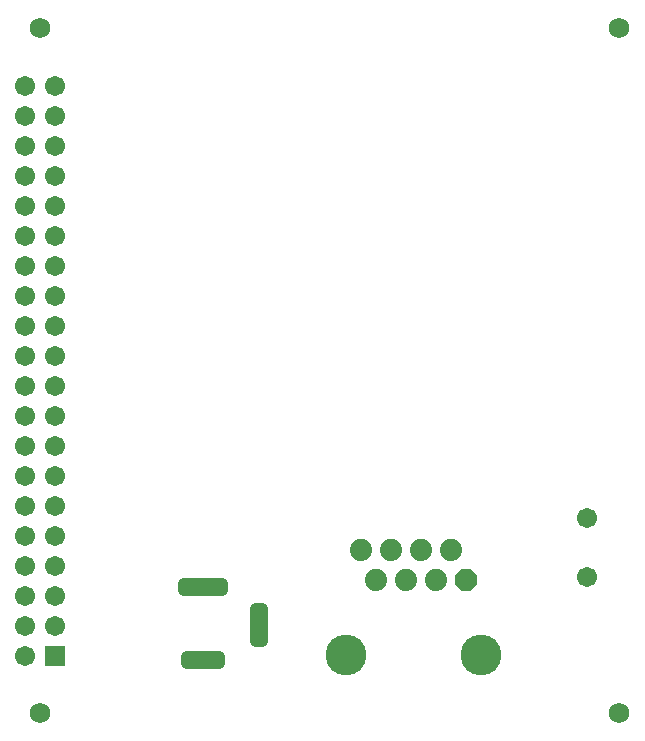
<source format=gbs>
G04 Layer_Color=16711935*
%FSAX44Y44*%
%MOMM*%
G71*
G01*
G75*
%ADD43C,1.7272*%
%ADD44R,1.7032X1.7032*%
%ADD45C,1.7032*%
%ADD46C,3.4532*%
%ADD47P,2.0345X8X22.5*%
%ADD48C,1.8796*%
G04:AMPARAMS|DCode=49|XSize=3.7032mm|YSize=1.5032mm|CornerRadius=0.4266mm|HoleSize=0mm|Usage=FLASHONLY|Rotation=270.000|XOffset=0mm|YOffset=0mm|HoleType=Round|Shape=RoundedRectangle|*
%AMROUNDEDRECTD49*
21,1,3.7032,0.6500,0,0,270.0*
21,1,2.8500,1.5032,0,0,270.0*
1,1,0.8532,-0.3250,-1.4250*
1,1,0.8532,-0.3250,1.4250*
1,1,0.8532,0.3250,1.4250*
1,1,0.8532,0.3250,-1.4250*
%
%ADD49ROUNDEDRECTD49*%
G04:AMPARAMS|DCode=50|XSize=3.7032mm|YSize=1.5032mm|CornerRadius=0.4266mm|HoleSize=0mm|Usage=FLASHONLY|Rotation=180.000|XOffset=0mm|YOffset=0mm|HoleType=Round|Shape=RoundedRectangle|*
%AMROUNDEDRECTD50*
21,1,3.7032,0.6500,0,0,180.0*
21,1,2.8500,1.5032,0,0,180.0*
1,1,0.8532,-1.4250,0.3250*
1,1,0.8532,1.4250,0.3250*
1,1,0.8532,1.4250,-0.3250*
1,1,0.8532,-1.4250,-0.3250*
%
%ADD50ROUNDEDRECTD50*%
G04:AMPARAMS|DCode=51|XSize=4.2032mm|YSize=1.5032mm|CornerRadius=0.4266mm|HoleSize=0mm|Usage=FLASHONLY|Rotation=180.000|XOffset=0mm|YOffset=0mm|HoleType=Round|Shape=RoundedRectangle|*
%AMROUNDEDRECTD51*
21,1,4.2032,0.6500,0,0,180.0*
21,1,3.3500,1.5032,0,0,180.0*
1,1,0.8532,-1.6750,0.3250*
1,1,0.8532,1.6750,0.3250*
1,1,0.8532,1.6750,-0.3250*
1,1,0.8532,-1.6750,-0.3250*
%
%ADD51ROUNDEDRECTD51*%
D43*
X00135000Y00815000D02*
D03*
X00625000D02*
D03*
X00135000Y00235000D02*
D03*
X00625000D02*
D03*
D44*
X00147700Y00283700D02*
D03*
D45*
Y00309100D02*
D03*
Y00334500D02*
D03*
Y00359900D02*
D03*
Y00385300D02*
D03*
Y00410700D02*
D03*
Y00436100D02*
D03*
Y00461500D02*
D03*
Y00486900D02*
D03*
Y00512300D02*
D03*
X00122300Y00283700D02*
D03*
Y00309100D02*
D03*
Y00334500D02*
D03*
Y00359900D02*
D03*
Y00385300D02*
D03*
Y00410700D02*
D03*
Y00436100D02*
D03*
Y00461500D02*
D03*
Y00486900D02*
D03*
Y00512300D02*
D03*
Y00740900D02*
D03*
Y00715500D02*
D03*
Y00690100D02*
D03*
Y00664700D02*
D03*
Y00639300D02*
D03*
Y00613900D02*
D03*
Y00588500D02*
D03*
Y00563100D02*
D03*
Y00537700D02*
D03*
X00147700Y00740900D02*
D03*
Y00715500D02*
D03*
Y00690100D02*
D03*
Y00664700D02*
D03*
Y00639300D02*
D03*
Y00613900D02*
D03*
Y00588500D02*
D03*
Y00563100D02*
D03*
Y00537700D02*
D03*
Y00766300D02*
D03*
X00122300D02*
D03*
X00597500Y00350000D02*
D03*
Y00400000D02*
D03*
D46*
X00507680Y00283820D02*
D03*
X00393360D02*
D03*
D47*
X00494980Y00347320D02*
D03*
D48*
X00482280Y00372720D02*
D03*
X00469580Y00347320D02*
D03*
X00456880Y00372720D02*
D03*
X00444180Y00347320D02*
D03*
X00431480Y00372720D02*
D03*
X00418780Y00347320D02*
D03*
X00406080Y00372720D02*
D03*
D49*
X00319720Y00310010D02*
D03*
D50*
X00272720Y00280010D02*
D03*
D51*
Y00342010D02*
D03*
M02*

</source>
